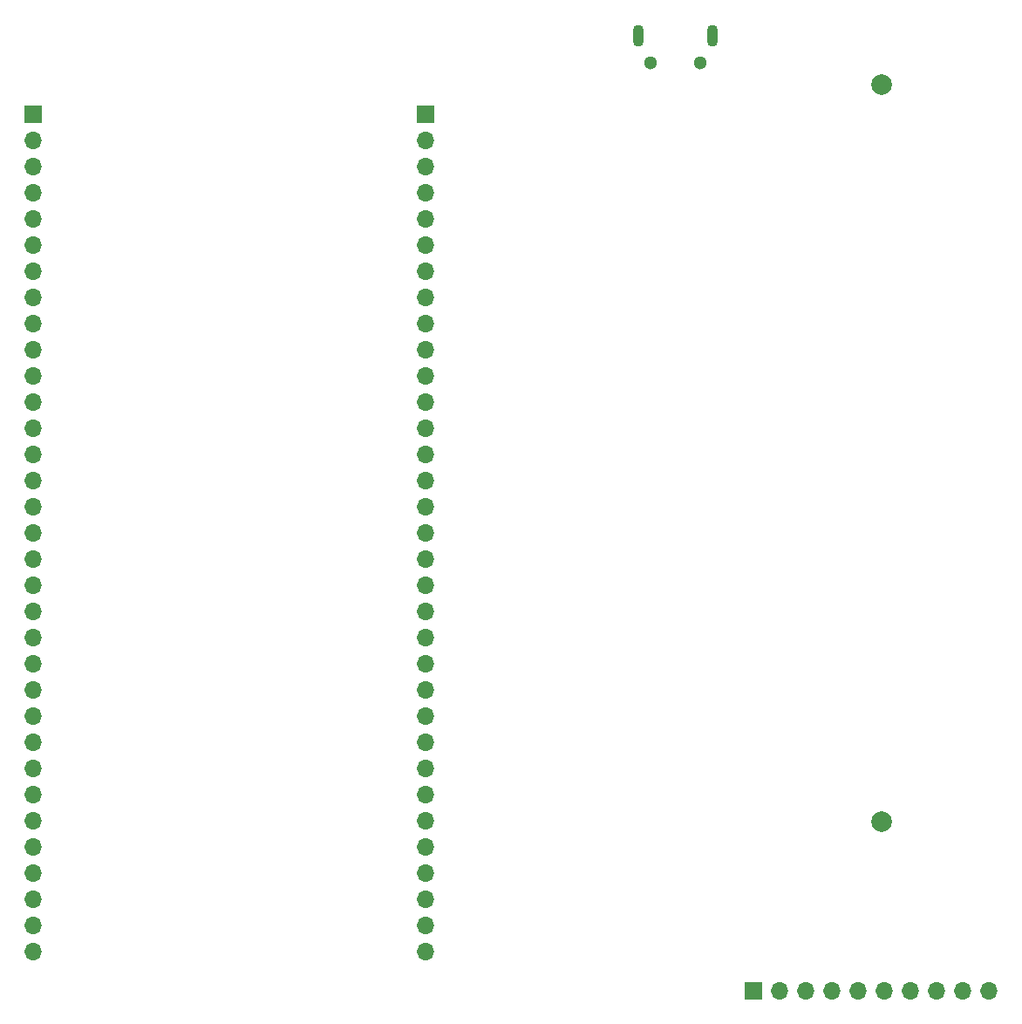
<source format=gbr>
%TF.GenerationSoftware,KiCad,Pcbnew,(7.0.0)*%
%TF.CreationDate,2023-04-20T20:25:40+02:00*%
%TF.ProjectId,EnviroHAT,456e7669-726f-4484-9154-2e6b69636164,rev?*%
%TF.SameCoordinates,Original*%
%TF.FileFunction,Soldermask,Bot*%
%TF.FilePolarity,Negative*%
%FSLAX46Y46*%
G04 Gerber Fmt 4.6, Leading zero omitted, Abs format (unit mm)*
G04 Created by KiCad (PCBNEW (7.0.0)) date 2023-04-20 20:25:40*
%MOMM*%
%LPD*%
G01*
G04 APERTURE LIST*
%ADD10R,1.700000X1.700000*%
%ADD11O,1.700000X1.700000*%
%ADD12C,2.000000*%
%ADD13C,1.300000*%
%ADD14O,1.070000X2.140000*%
G04 APERTURE END LIST*
D10*
%TO.C,J3*%
X132079999Y-48005999D03*
D11*
X132079999Y-50545999D03*
X132079999Y-53085999D03*
X132079999Y-55625999D03*
X132079999Y-58165999D03*
X132079999Y-60705999D03*
X132079999Y-63245999D03*
X132079999Y-65785999D03*
X132079999Y-68325999D03*
X132079999Y-70865999D03*
X132079999Y-73405999D03*
X132079999Y-75945999D03*
X132079999Y-78485999D03*
X132079999Y-81025999D03*
X132079999Y-83565999D03*
X132079999Y-86105999D03*
X132079999Y-88645999D03*
X132079999Y-91185999D03*
X132079999Y-93725999D03*
X132079999Y-96265999D03*
X132079999Y-98805999D03*
X132079999Y-101345999D03*
X132079999Y-103885999D03*
X132079999Y-106425999D03*
X132079999Y-108965999D03*
X132079999Y-111505999D03*
X132079999Y-114045999D03*
X132079999Y-116585999D03*
X132079999Y-119125999D03*
X132079999Y-121665999D03*
X132079999Y-124205999D03*
X132079999Y-126745999D03*
X132079999Y-129285999D03*
%TD*%
D10*
%TO.C,J2*%
X93979999Y-48005999D03*
D11*
X93979999Y-50545999D03*
X93979999Y-53085999D03*
X93979999Y-55625999D03*
X93979999Y-58165999D03*
X93979999Y-60705999D03*
X93979999Y-63245999D03*
X93979999Y-65785999D03*
X93979999Y-68325999D03*
X93979999Y-70865999D03*
X93979999Y-73405999D03*
X93979999Y-75945999D03*
X93979999Y-78485999D03*
X93979999Y-81025999D03*
X93979999Y-83565999D03*
X93979999Y-86105999D03*
X93979999Y-88645999D03*
X93979999Y-91185999D03*
X93979999Y-93725999D03*
X93979999Y-96265999D03*
X93979999Y-98805999D03*
X93979999Y-101345999D03*
X93979999Y-103885999D03*
X93979999Y-106425999D03*
X93979999Y-108965999D03*
X93979999Y-111505999D03*
X93979999Y-114045999D03*
X93979999Y-116585999D03*
X93979999Y-119125999D03*
X93979999Y-121665999D03*
X93979999Y-124205999D03*
X93979999Y-126745999D03*
X93979999Y-129285999D03*
%TD*%
D10*
%TO.C,J1*%
X163956999Y-133095999D03*
D11*
X166496999Y-133095999D03*
X169036999Y-133095999D03*
X171576999Y-133095999D03*
X174116999Y-133095999D03*
X176656999Y-133095999D03*
X179196999Y-133095999D03*
X181736999Y-133095999D03*
X184276999Y-133095999D03*
X186816999Y-133095999D03*
%TD*%
D12*
%TO.C,BT1*%
X176403000Y-45085000D03*
X176403000Y-116685000D03*
%TD*%
D13*
%TO.C,J4*%
X158762000Y-43008000D03*
X153912000Y-43008000D03*
D14*
X159936999Y-40357999D03*
X152736999Y-40357999D03*
%TD*%
M02*

</source>
